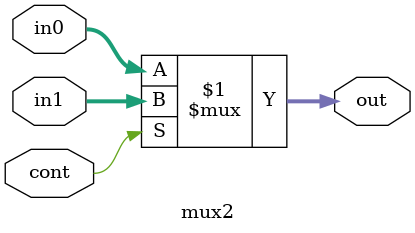
<source format=v>
`timescale 1ns/1ps 

module R4_butter ( 

`ifdef USE_POWER_PINS
    inout vccd1,	// User area 1 1.8V supply
    inout vssd1,	// User area 1 digital ground
`endif 

input [3:0] xr0,xi0, xr1,xi1, xr2,xi2, xr3,xi3,
output [3:0] Xro,Xio,
output [7:0] la_oenb,
input c1,c2,c3 );

wire [3:0] m0,m1,m2,m3,s0,s1,s2,s3;
wire m4;
assign la_oenb = 8'b00000000;
addsub a0(.A(m0), .B(xr1), .ADD_SUB(c2), .SUM(s0)); 
addsub a1(.A(m2), .B(xr3), .ADD_SUB(c2), .SUM(s1)); 
addsub a2(.A(m1), .B(xi1),  .ADD_SUB(c3), .SUM(s2)); 
addsub a3(.A(m3), .B(xi3),  .ADD_SUB(c3), .SUM(s3)); 
addsub b0(.A(s0), .B(s1), .ADD_SUB(m4), .SUM(Xro)); 
addsub b1(.A(s3), .B(s2), .ADD_SUB(m4), .SUM(Xio)); 

mux2 mux0(.out(m0),.in0(xr0),.in1(xi0),.cont(c1)); 
mux2 mux1(.out(m1),.in0(xi0),.in1(xr0),.cont(c1)); 
mux2 mux2(.out(m2),.in0(xr2),.in1(xi2),.cont(c1)); 
mux2 mux3(.out(m3),.in0(xi2),.in1(xr2),.cont(c1)); 
XOR xor1(.Y(m4),.A(c2),.B(c3)); 
endmodule


module addsub(A, B, ADD_SUB, SUM);

   input [3:0] A;
   input [3:0] B;
   input ADD_SUB;
   output [3:0] SUM;
   wire c,d;
 
   assign c = A + B;
   assign d = A - B;
   assign SUM = ADD_SUB ? c : d;
   
   
endmodule

module XOR(Y, A, B);
  input A;
  input B;
  output Y;

  assign Y= A^B;
  
  endmodule
  
  
module mux2(out, in0, in1, cont);

  input [3:0] in0;
  input [3:0] in1;
  input cont;
  output [3:0] out;

  assign out = cont ? in1:in0;

endmodule
</source>
